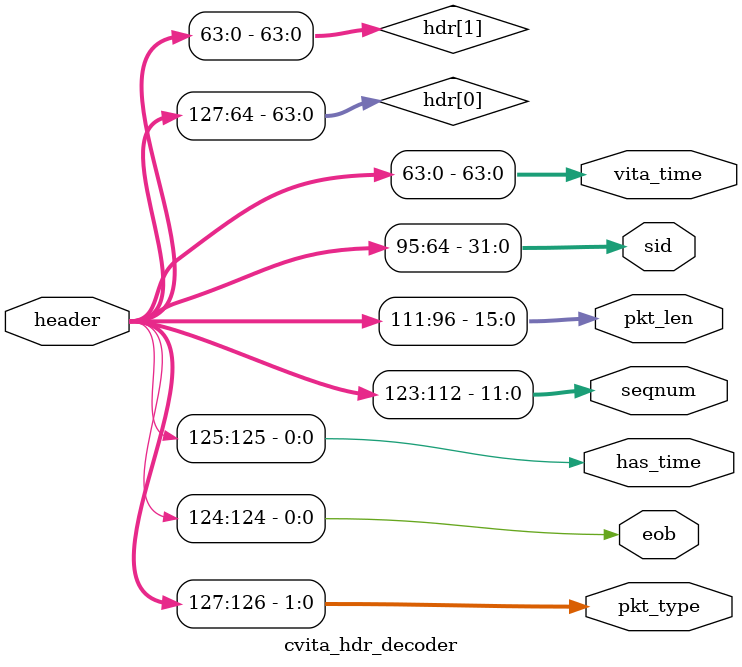
<source format=v>

module cvita_hdr_decoder (
  input [127:0] header,
  output [1:0] pkt_type, output eob, output has_time,
  output [11:0] seqnum, output [15:0] pkt_len, output [31:0] sid,
  output [63:0] vita_time
);

  wire [63:0] hdr[0:1];
  assign hdr[0] = header[127:64];
  assign hdr[1] = header[63:0];

  assign pkt_type  = hdr[0][63:62];
  assign has_time  = hdr[0][61];
  assign eob       = hdr[0][60];
  assign seqnum    = hdr[0][59:48];
  assign pkt_len   = hdr[0][47:32];
  assign sid       = hdr[0][31:0];
  assign vita_time = hdr[1];

endmodule
</source>
